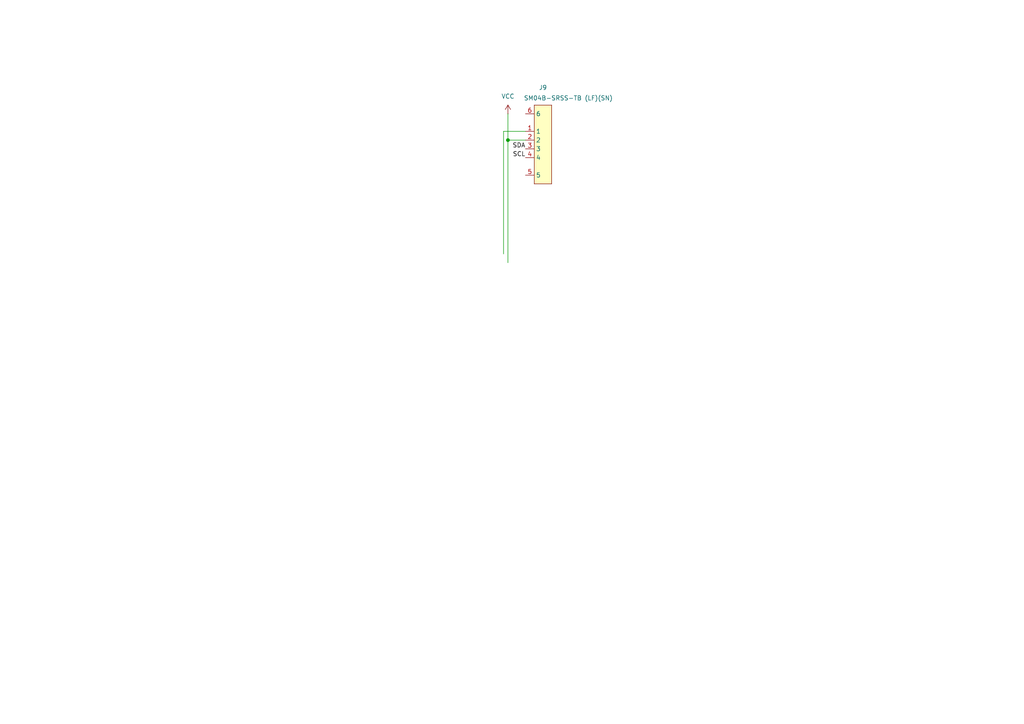
<source format=kicad_sch>
(kicad_sch (version 20231120) (generator "eeschema") (generator_version "8.0")
  (paper "A4")
  (lib_symbols
    (symbol "1easyeda2kicad:SM04B-SRSS-TB(LF)(SN)"
      (property "Reference" "CN" (at 0 8.89 0))
      (property "Value" "SM04B-SRSS-TB (LF)(SN)" (at 0 -1.27 0))
      (symbol "SM04B-SRSS-TB(LF)(SN)_0_1"
        (rectangle (start -11.43 1.27) (end 11.43 -3.81) (fill (type background)))
        (pin unspecified line (at -3.81 3.81 270) (length 2.54) (name "1") (number "1"))
        (pin unspecified line (at -1.27 3.81 270) (length 2.54) (name "2") (number "2"))
        (pin unspecified line (at 1.27 3.81 270) (length 2.54) (name "3") (number "3"))
        (pin unspecified line (at 3.81 3.81 270) (length 2.54) (name "4") (number "4"))
        (pin unspecified line (at 8.89 3.81 270) (length 2.54) (name "5") (number "5"))
        (pin unspecified line (at -8.89 3.81 270) (length 2.54) (name "6") (number "6"))
      )
    )
    (symbol "power:VCC" (power) (pin_numbers hide) (pin_names (offset 0) hide)
      (property "Value" "VCC" (at 0 3.556 0))
      (symbol "VCC_0_1"
        (polyline (pts (xy -0.762 1.27) (xy 0 2.54)))
        (polyline (pts (xy 0 0) (xy 0 2.54)))
        (polyline (pts (xy 0 2.54) (xy 0.762 1.27)))
      )
      (symbol "VCC_1_1"
        (pin power_in line (at 0 0 90) (length 0) (name "~") (number "1"))
      )
    )
  )
  (junction (at 147.32 40.64))
  (wire (pts (xy 146.05 38.1) (xy 146.05 73.66)))
  (wire (pts (xy 152.4 40.64) (xy 147.32 40.64)))
  (wire (pts (xy 152.4 38.1) (xy 146.05 38.1)))
  (wire (pts (xy 147.32 33.02) (xy 147.32 40.64)))
  (wire (pts (xy 147.32 76.2) (xy 147.32 40.64)))
  (label "SCL" (at 152.4 45.72 180))
  (label "SDA" (at 152.4 43.18 180))
  (symbol (lib_id "1easyeda2kicad:SM04B-SRSS-TB(LF)(SN)") (at 156.21 41.91 90) (mirror x) (unit 1)
    (property "Reference" "J9" (at 157.48 25.4 90))
    (property "Value" "SM04B-SRSS-TB (LF)(SN)" (at 164.846 28.448 90))
    (property "Footprint" "easyeda2kicad:CONN-SMD_4P-P1.00_SM04B-SRSS-TB-LF-SN" (effects (hide yes)))
    (property "Datasheet" "https://lcsc.com/product-detail/Others_JST-Sales-America__JST-Sales-America-SM04B-SRSS-TB-LF-SN_C160404.html" (effects (hide yes)))
    (property "LCSC Part" "C160404" (effects (hide yes)))
  )
  (symbol (lib_id "power:VCC") (at 147.32 33.02 0) (unit 1)
    (property "Reference" "#PWR09" (effects (hide yes)))
    (property "Value" "VCC" (at 147.32 27.94 0))
    (property "Description" "Power symbol creates a global label with name \"VCC\"" (effects (hide yes)))
  )
)
</source>
